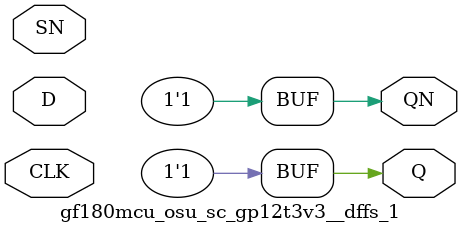
<source format=v>
`timescale 1ns/10ps
`celldefine
module gf180mcu_osu_sc_gp12t3v3__dffs_1 (Q, QN, D, SN, CLK);
	output Q, QN;
	input D, SN, CLK;
	reg notifier;

	// Function
	buf (Q, 1'b1);
	buf (QN, 1'b1);

	// Timing
	specify
		$width (posedge SN &&& CLK, 0, 0, notifier);
	endspecify
endmodule
`endcelldefine

</source>
